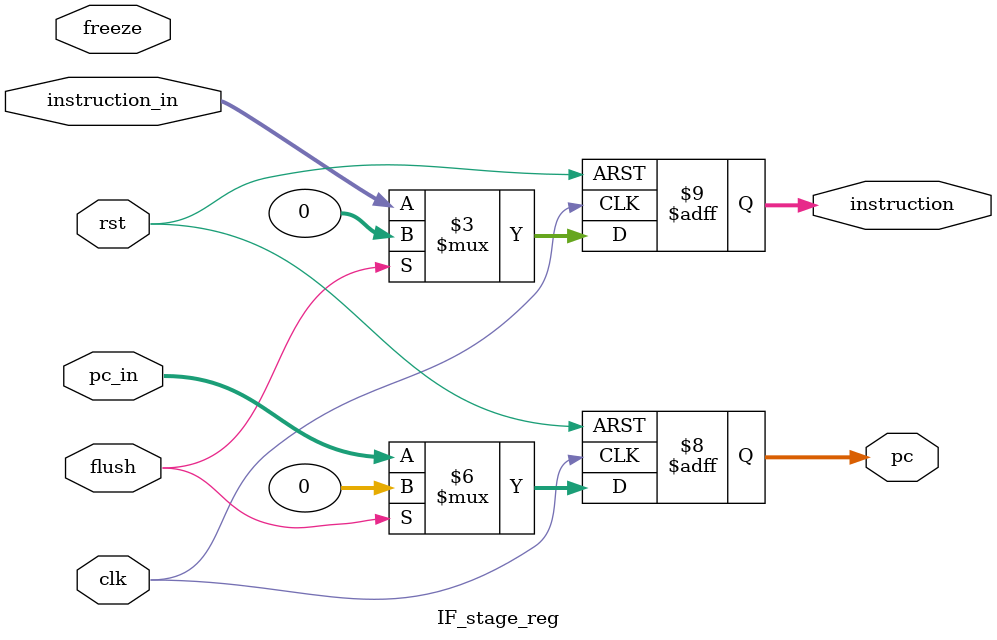
<source format=v>
module IF_stage_reg(
    input clk, rst, freeze, flush,
    input[31:0] pc_in, instruction_in,
    output reg [31:0] pc, instruction
);
    always@(posedge clk,posedge rst) begin
        if (rst )begin
            pc = 32'b0;
            instruction = 32'b0;
        end
        else if(flush)begin
            pc = 32'b0;
            instruction = 32'b0;
        end
        else begin
            pc <= pc_in;
            instruction <= instruction_in;
        end
    end

endmodule
</source>
